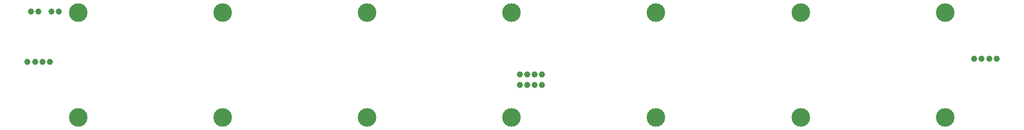
<source format=gbr>
%TF.GenerationSoftware,KiCad,Pcbnew,8.0.4*%
%TF.CreationDate,2024-10-07T15:12:12-07:00*%
%TF.ProjectId,KSS_V50,4b53535f-5635-4302-9e6b-696361645f70,rev?*%
%TF.SameCoordinates,Original*%
%TF.FileFunction,Soldermask,Top*%
%TF.FilePolarity,Negative*%
%FSLAX46Y46*%
G04 Gerber Fmt 4.6, Leading zero omitted, Abs format (unit mm)*
G04 Created by KiCad (PCBNEW 8.0.4) date 2024-10-07 15:12:12*
%MOMM*%
%LPD*%
G01*
G04 APERTURE LIST*
%ADD10C,3.000000*%
%ADD11C,1.000000*%
G04 APERTURE END LIST*
D10*
%TO.C,SC5*%
X173500000Y-91900000D03*
X173500000Y-108900000D03*
%TD*%
%TO.C,SC6*%
X196800000Y-91900000D03*
X196800000Y-108900000D03*
%TD*%
%TO.C,SC2*%
X103600000Y-91900000D03*
X103600000Y-108900000D03*
%TD*%
%TO.C,SC7*%
X220100000Y-91900000D03*
X220100000Y-108900000D03*
%TD*%
%TO.C,SC4*%
X150200000Y-91900000D03*
X150200000Y-108900000D03*
%TD*%
%TO.C,SC3*%
X126900000Y-91900000D03*
X126900000Y-108900000D03*
%TD*%
%TO.C,SC1*%
X80300000Y-91900000D03*
X80300000Y-108900000D03*
%TD*%
D11*
%TO.C,J5*%
X155100000Y-103650000D03*
X153900000Y-103650000D03*
X152700000Y-103650000D03*
X151500000Y-103650000D03*
%TD*%
%TO.C,J2*%
X75750000Y-99900000D03*
X74550000Y-99900000D03*
X73350000Y-99900000D03*
X72150000Y-99900000D03*
%TD*%
%TO.C,J3*%
X224800000Y-99350000D03*
X226000000Y-99350000D03*
X227200000Y-99350000D03*
X228400000Y-99350000D03*
%TD*%
%TO.C,J1*%
X77240000Y-91780000D03*
X76040000Y-91780000D03*
%TD*%
%TO.C,J4*%
X73940000Y-91740000D03*
X72740000Y-91740000D03*
%TD*%
%TO.C,J6*%
X155100000Y-101900000D03*
X153900000Y-101900000D03*
X152700000Y-101900000D03*
X151500000Y-101900000D03*
%TD*%
M02*

</source>
